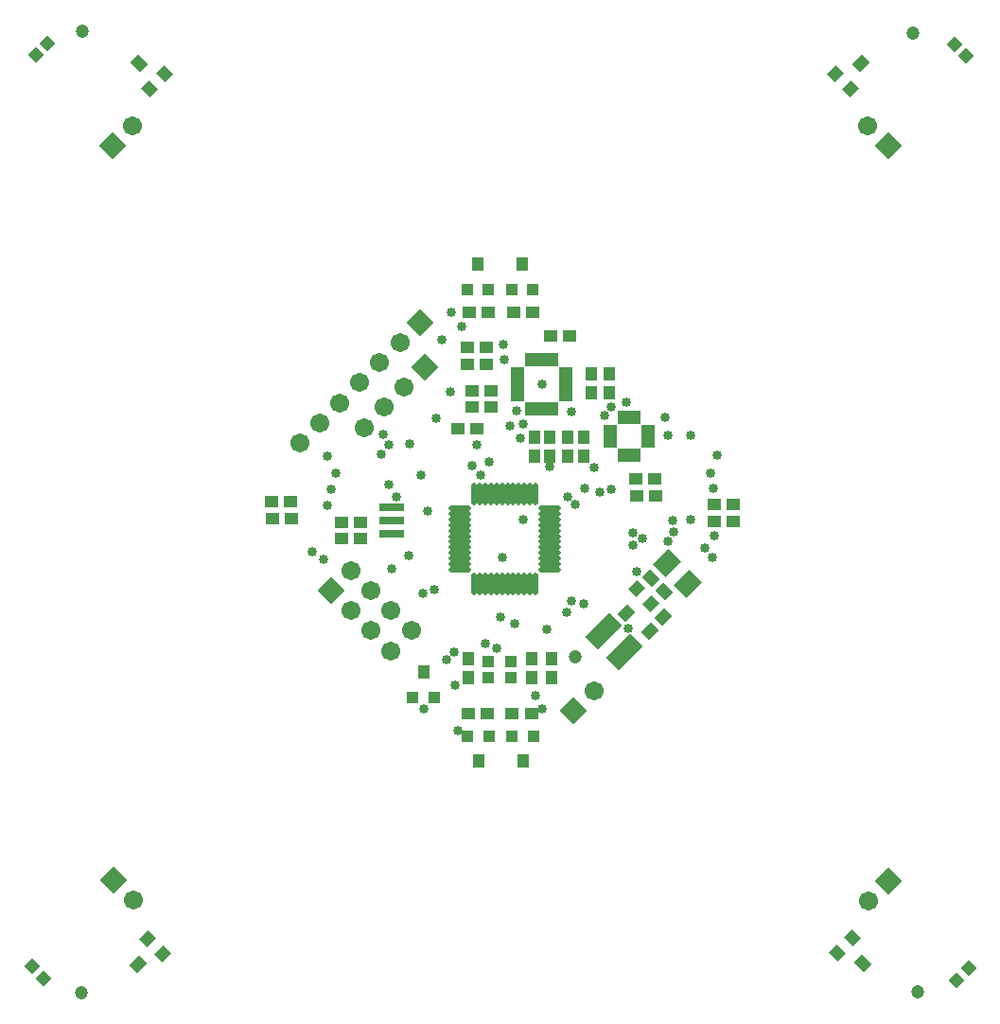
<source format=gts>
G04 Layer_Color=8388736*
%FSLAX44Y44*%
%MOMM*%
G71*
G01*
G75*
%ADD53R,1.2032X1.0032*%
%ADD54R,1.1532X0.5032*%
%ADD55R,0.5032X1.1532*%
%ADD56R,1.0032X1.1032*%
%ADD57R,1.0032X1.2032*%
%ADD58R,2.3032X0.7032*%
%ADD59O,2.0032X0.5032*%
%ADD60O,0.5032X2.0032*%
%ADD61P,1.4187X4X270.0*%
G04:AMPARAMS|DCode=62|XSize=1.0032mm|YSize=1.1032mm|CornerRadius=0mm|HoleSize=0mm|Usage=FLASHONLY|Rotation=225.000|XOffset=0mm|YOffset=0mm|HoleType=Round|Shape=Rectangle|*
%AMROTATEDRECTD62*
4,1,4,-0.0354,0.7447,0.7447,-0.0354,0.0354,-0.7447,-0.7447,0.0354,-0.0354,0.7447,0.0*
%
%ADD62ROTATEDRECTD62*%

G04:AMPARAMS|DCode=63|XSize=1.0032mm|YSize=1.2032mm|CornerRadius=0mm|HoleSize=0mm|Usage=FLASHONLY|Rotation=225.000|XOffset=0mm|YOffset=0mm|HoleType=Round|Shape=Rectangle|*
%AMROTATEDRECTD63*
4,1,4,-0.0707,0.7801,0.7801,-0.0707,0.0707,-0.7801,-0.7801,0.0707,-0.0707,0.7801,0.0*
%
%ADD63ROTATEDRECTD63*%

G04:AMPARAMS|DCode=64|XSize=1.0032mm|YSize=1.1032mm|CornerRadius=0mm|HoleSize=0mm|Usage=FLASHONLY|Rotation=135.000|XOffset=0mm|YOffset=0mm|HoleType=Round|Shape=Rectangle|*
%AMROTATEDRECTD64*
4,1,4,0.7447,0.0354,-0.0354,-0.7447,-0.7447,-0.0354,0.0354,0.7447,0.7447,0.0354,0.0*
%
%ADD64ROTATEDRECTD64*%

G04:AMPARAMS|DCode=65|XSize=1.0032mm|YSize=1.2032mm|CornerRadius=0mm|HoleSize=0mm|Usage=FLASHONLY|Rotation=135.000|XOffset=0mm|YOffset=0mm|HoleType=Round|Shape=Rectangle|*
%AMROTATEDRECTD65*
4,1,4,0.7801,0.0707,-0.0707,-0.7801,-0.7801,-0.0707,0.0707,0.7801,0.7801,0.0707,0.0*
%
%ADD65ROTATEDRECTD65*%

%ADD66P,1.4187X4X360.0*%
%ADD67R,1.0032X1.0032*%
%ADD68R,1.0032X1.2032*%
%ADD69R,0.5032X1.2032*%
%ADD70R,1.2032X0.5032*%
G04:AMPARAMS|DCode=71|XSize=1.6032mm|YSize=2.0032mm|CornerRadius=0mm|HoleSize=0mm|Usage=FLASHONLY|Rotation=135.000|XOffset=0mm|YOffset=0mm|HoleType=Round|Shape=Rectangle|*
%AMROTATEDRECTD71*
4,1,4,1.2751,0.1414,-0.1414,-1.2751,-1.2751,-0.1414,0.1414,1.2751,1.2751,0.1414,0.0*
%
%ADD71ROTATEDRECTD71*%

G04:AMPARAMS|DCode=72|XSize=1.2032mm|YSize=1.0032mm|CornerRadius=0mm|HoleSize=0mm|Usage=FLASHONLY|Rotation=315.000|XOffset=0mm|YOffset=0mm|HoleType=Round|Shape=Rectangle|*
%AMROTATEDRECTD72*
4,1,4,-0.7801,0.0707,-0.0707,0.7801,0.7801,-0.0707,0.0707,-0.7801,-0.7801,0.0707,0.0*
%
%ADD72ROTATEDRECTD72*%

G04:AMPARAMS|DCode=73|XSize=1.2032mm|YSize=1.0032mm|CornerRadius=0mm|HoleSize=0mm|Usage=FLASHONLY|Rotation=45.000|XOffset=0mm|YOffset=0mm|HoleType=Round|Shape=Rectangle|*
%AMROTATEDRECTD73*
4,1,4,-0.0707,-0.7801,-0.7801,-0.0707,0.0707,0.7801,0.7801,0.0707,-0.0707,-0.7801,0.0*
%
%ADD73ROTATEDRECTD73*%

G04:AMPARAMS|DCode=74|XSize=1.6032mm|YSize=3.0032mm|CornerRadius=0mm|HoleSize=0mm|Usage=FLASHONLY|Rotation=135.000|XOffset=0mm|YOffset=0mm|HoleType=Round|Shape=Rectangle|*
%AMROTATEDRECTD74*
4,1,4,1.6286,0.4950,-0.4950,-1.6286,-1.6286,-0.4950,0.4950,1.6286,1.6286,0.4950,0.0*
%
%ADD74ROTATEDRECTD74*%

%ADD75P,2.4087X4X90.0*%
%ADD76C,1.7032*%
%ADD77P,2.4087X4X360.0*%
%ADD78C,0.8532*%
%ADD79C,1.2032*%
D53*
X524771Y638546D02*
D03*
X541771D02*
D03*
X467113Y628254D02*
D03*
X450114D02*
D03*
X467234Y613064D02*
D03*
X450234D02*
D03*
X338052Y471924D02*
D03*
X355052D02*
D03*
X469091Y659503D02*
D03*
X452091D02*
D03*
X509151D02*
D03*
X492152D02*
D03*
X458977Y555398D02*
D03*
X441977D02*
D03*
X450917Y300695D02*
D03*
X467917D02*
D03*
X671028Y487916D02*
D03*
X688027D02*
D03*
X292561Y490343D02*
D03*
X275562D02*
D03*
X671112Y472599D02*
D03*
X688112D02*
D03*
X292678Y475169D02*
D03*
X275678D02*
D03*
X490620Y300776D02*
D03*
X507620D02*
D03*
X618799Y495526D02*
D03*
X601799D02*
D03*
X618466Y510847D02*
D03*
X601467D02*
D03*
X471777Y589343D02*
D03*
X454777D02*
D03*
X471919Y574880D02*
D03*
X454919Y574880D02*
D03*
X354907Y457441D02*
D03*
X337907D02*
D03*
D54*
X495076Y607666D02*
D03*
Y602666D02*
D03*
Y597666D02*
D03*
Y592666D02*
D03*
Y587666D02*
D03*
Y582666D02*
D03*
X538576D02*
D03*
Y587666D02*
D03*
Y592666D02*
D03*
Y597666D02*
D03*
Y602666D02*
D03*
Y607666D02*
D03*
D55*
X504326Y573416D02*
D03*
X509326D02*
D03*
X514326D02*
D03*
X519326D02*
D03*
X524326D02*
D03*
X529325D02*
D03*
Y616916D02*
D03*
X524326D02*
D03*
X519326D02*
D03*
X514326D02*
D03*
X509326D02*
D03*
X504326D02*
D03*
D56*
X490192Y679918D02*
D03*
X509192D02*
D03*
X450372D02*
D03*
X469371D02*
D03*
X509631Y280451D02*
D03*
X490631D02*
D03*
X469861Y280452D02*
D03*
X450860D02*
D03*
X401674Y314951D02*
D03*
X420674D02*
D03*
D57*
X499692Y702417D02*
D03*
X459872D02*
D03*
X500131Y257951D02*
D03*
X460360Y257952D02*
D03*
X411174Y337451D02*
D03*
D58*
X382594Y485365D02*
D03*
Y473365D02*
D03*
Y461365D02*
D03*
D59*
X443521Y484292D02*
D03*
Y479292D02*
D03*
Y474292D02*
D03*
Y469292D02*
D03*
Y464292D02*
D03*
Y459292D02*
D03*
Y454292D02*
D03*
Y449292D02*
D03*
Y444292D02*
D03*
X443521Y439292D02*
D03*
X443521Y434292D02*
D03*
Y429292D02*
D03*
X524521Y429292D02*
D03*
Y434292D02*
D03*
Y439292D02*
D03*
Y444292D02*
D03*
Y449292D02*
D03*
Y454292D02*
D03*
Y459292D02*
D03*
Y464292D02*
D03*
Y469292D02*
D03*
Y474292D02*
D03*
Y479292D02*
D03*
Y484292D02*
D03*
D60*
X456521Y416292D02*
D03*
X461521D02*
D03*
X466521D02*
D03*
X471521D02*
D03*
X476521D02*
D03*
X481521D02*
D03*
X486521D02*
D03*
X491521D02*
D03*
X496521D02*
D03*
X501521D02*
D03*
X506521D02*
D03*
X511521D02*
D03*
Y497292D02*
D03*
X506521Y497292D02*
D03*
X501521Y497292D02*
D03*
X496521Y497292D02*
D03*
X491521D02*
D03*
X486521D02*
D03*
X481521D02*
D03*
X476521D02*
D03*
X471521D02*
D03*
X466521D02*
D03*
X461521D02*
D03*
X456521D02*
D03*
D61*
X74604Y900302D02*
D03*
X63997Y889696D02*
D03*
X888599Y62001D02*
D03*
X899205Y72608D02*
D03*
D62*
X166223Y859786D02*
D03*
X179659Y873221D02*
D03*
X794792Y99509D02*
D03*
X781357Y86074D02*
D03*
D63*
X157031Y882413D02*
D03*
X803984Y76881D02*
D03*
D64*
X779740Y872849D02*
D03*
X793175Y859414D02*
D03*
X178040Y85243D02*
D03*
X164605Y98678D02*
D03*
X615066Y399185D02*
D03*
X601631Y412620D02*
D03*
D65*
X802367Y882042D02*
D03*
X155412Y76050D02*
D03*
X592439Y389993D02*
D03*
D66*
X896777Y888934D02*
D03*
X886171Y899541D02*
D03*
X60630Y74267D02*
D03*
X71237Y63660D02*
D03*
D67*
X469113Y347395D02*
D03*
Y332395D02*
D03*
X489340Y332535D02*
D03*
Y347535D02*
D03*
D68*
X450913Y332726D02*
D03*
X450913Y349726D02*
D03*
X508193Y332726D02*
D03*
Y349725D02*
D03*
X540241Y547888D02*
D03*
Y530888D02*
D03*
X554476Y547895D02*
D03*
X554476Y530895D02*
D03*
X561726Y587532D02*
D03*
Y604532D02*
D03*
X577246Y587453D02*
D03*
Y604453D02*
D03*
X525440Y332655D02*
D03*
Y349655D02*
D03*
X524480Y530913D02*
D03*
Y547913D02*
D03*
X510155Y547928D02*
D03*
Y530928D02*
D03*
D69*
X592787Y565727D02*
D03*
X597787D02*
D03*
X602787D02*
D03*
Y531907D02*
D03*
X597787D02*
D03*
X592787D02*
D03*
X587786Y565727D02*
D03*
Y531907D02*
D03*
D70*
X612197Y551317D02*
D03*
Y546316D02*
D03*
Y541317D02*
D03*
X578377D02*
D03*
Y546316D02*
D03*
Y551317D02*
D03*
X612197Y556316D02*
D03*
X578377D02*
D03*
D71*
X629117Y435392D02*
D03*
X647502Y417008D02*
D03*
D72*
X626381Y409668D02*
D03*
X614360Y421689D02*
D03*
D73*
X625663Y386690D02*
D03*
X613642Y374669D02*
D03*
D74*
X591112Y355557D02*
D03*
X572728Y373941D02*
D03*
D75*
X132816Y808206D02*
D03*
X827196Y150921D02*
D03*
X407999Y650387D02*
D03*
X545570Y303312D02*
D03*
X412046Y610431D02*
D03*
D76*
X150776Y826167D02*
D03*
X400170Y374764D02*
D03*
X382210Y356803D02*
D03*
Y392724D02*
D03*
X364249Y374764D02*
D03*
Y410684D02*
D03*
X346288Y392724D02*
D03*
X346288Y428645D02*
D03*
X808972Y826167D02*
D03*
X809235Y132961D02*
D03*
X151632Y133549D02*
D03*
X354117Y596505D02*
D03*
X372077Y614465D02*
D03*
X390038Y632426D02*
D03*
X336156Y578545D02*
D03*
X318196Y560584D02*
D03*
X300236Y542624D02*
D03*
X563530Y321273D02*
D03*
X394085Y592470D02*
D03*
X376125Y574509D02*
D03*
X358164Y556549D02*
D03*
D77*
X328328Y410684D02*
D03*
X826933Y808206D02*
D03*
X133671Y151510D02*
D03*
D78*
X321820Y438757D02*
D03*
X579058Y501508D02*
D03*
X568648Y498620D02*
D03*
X554991Y398608D02*
D03*
X543696Y401300D02*
D03*
X476290Y359045D02*
D03*
X498003Y546699D02*
D03*
X411667Y304451D02*
D03*
X500098Y559726D02*
D03*
X494713Y571571D02*
D03*
X439375Y326304D02*
D03*
X540609Y494396D02*
D03*
X650480Y473910D02*
D03*
X634597Y473509D02*
D03*
X500423Y473759D02*
D03*
X481719Y440689D02*
D03*
X488616Y557670D02*
D03*
X517747Y595138D02*
D03*
X511350Y316527D02*
D03*
X442125Y285693D02*
D03*
X547345Y487584D02*
D03*
X555368Y501991D02*
D03*
X563926Y520450D02*
D03*
X671112Y459871D02*
D03*
X634687Y462969D02*
D03*
X629920Y454581D02*
D03*
X606837Y457133D02*
D03*
X598226Y451112D02*
D03*
X598331Y462282D02*
D03*
X325258Y531189D02*
D03*
X594257Y377189D02*
D03*
X627604Y565317D02*
D03*
X454322Y522021D02*
D03*
X462073Y514270D02*
D03*
X469555Y525517D02*
D03*
X524385Y521812D02*
D03*
X409215Y514279D02*
D03*
X386990Y494309D02*
D03*
X379864Y505531D02*
D03*
X415016Y481727D02*
D03*
X459257Y541189D02*
D03*
X422782Y564997D02*
D03*
X427599Y635048D02*
D03*
X435413Y588393D02*
D03*
X492587Y380640D02*
D03*
X663060Y448653D02*
D03*
X669988Y440593D02*
D03*
X650678Y549150D02*
D03*
X673969Y531655D02*
D03*
X667659Y515825D02*
D03*
X670345Y502084D02*
D03*
X539257Y391189D02*
D03*
X521257Y376189D02*
D03*
X479865Y386814D02*
D03*
X466200Y363513D02*
D03*
X398496Y541839D02*
D03*
X375520Y550428D02*
D03*
X380427Y541022D02*
D03*
X373782Y532842D02*
D03*
X445130Y646610D02*
D03*
X602256Y427853D02*
D03*
X410490Y408415D02*
D03*
X383000Y429918D02*
D03*
X398301Y441628D02*
D03*
X421025Y411393D02*
D03*
X431996Y348607D02*
D03*
X438899Y355781D02*
D03*
X325258Y487189D02*
D03*
X311258Y445494D02*
D03*
X436098Y659704D02*
D03*
X573257Y567189D02*
D03*
X579320Y575132D02*
D03*
X543622Y570305D02*
D03*
X592787Y579047D02*
D03*
X630257Y549189D02*
D03*
X482257Y631189D02*
D03*
X483257Y617189D02*
D03*
X332802Y515835D02*
D03*
X328655Y500980D02*
D03*
X517130Y304553D02*
D03*
D79*
X546730Y351101D02*
D03*
X848956Y909551D02*
D03*
X853315Y51791D02*
D03*
X105017Y50721D02*
D03*
X106234Y911229D02*
D03*
M02*

</source>
